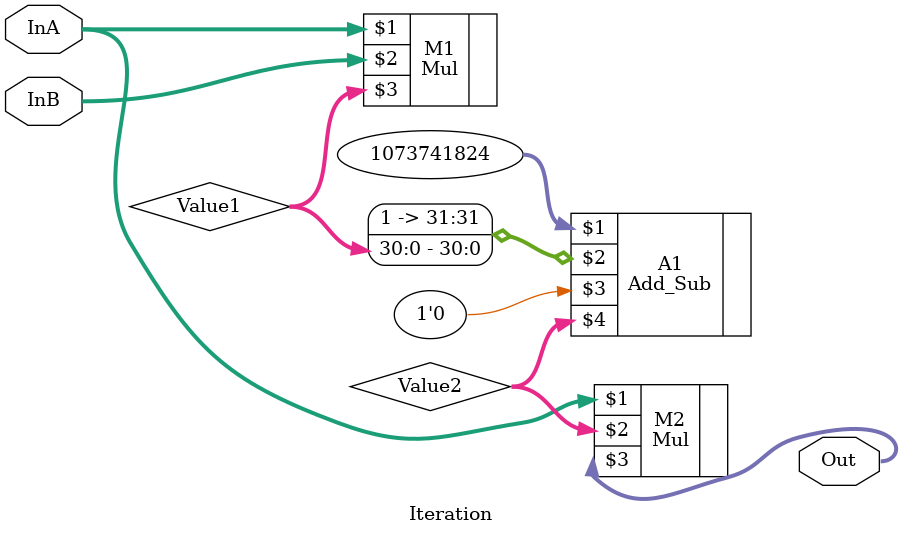
<source format=v>
module Iteration(
	input [31:0] InA,
	input [31:0] InB,
	output [31:0] Out
	);

wire [31:0] Value1,Value2;

Mul M1(InA,InB,Value1);

Add_Sub A1(32'h4000_0000,{1'b1,Value1[30:0]},1'b0,Value2);

Mul M2(InA,Value2,Out);

endmodule
</source>
